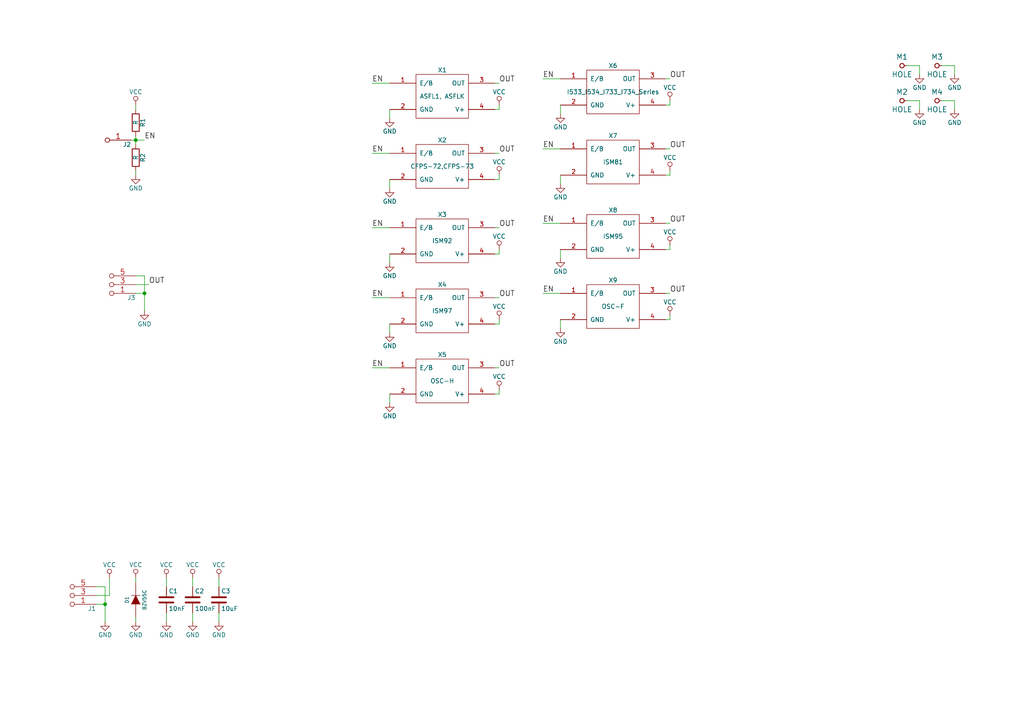
<source format=kicad_sch>
(kicad_sch (version 20230121) (generator eeschema)
  (paper "A4")
  (title_block (title "CLKGEN02A") (company "jacho@mlab.cz") (comment 1 "Crystal oscillator interface"))
  (lib_symbols
    (symbol "CLKGEN02-rescue:C" (pin_numbers hide) (pin_names (offset 0.254))
      (property "Reference" "C" (at 0.635 2.54 0))
      (property "Value" "C" (at 0.635 -2.54 0))
      (symbol "C_0_1"
        (polyline (pts (xy -2.032 -0.762) (xy 2.032 -0.762)) (stroke (width 0.508)))
        (polyline (pts (xy -2.032 0.762) (xy 2.032 0.762)) (stroke (width 0.508)))
      )
      (symbol "C_1_1"
        (pin passive line (at 0 3.81 270) (length 2.794) (name "~") (number "1"))
        (pin passive line (at 0 -3.81 90) (length 2.794) (name "~") (number "2"))
      )
    )
    (symbol "CLKGEN02-rescue:DIODE" (pin_numbers hide) (pin_names (offset 1.016) hide)
      (property "Reference" "D" (at 0 2.54 0))
      (property "Value" "DIODE" (at 0 -2.54 0))
      (symbol "DIODE_0_1"
        (polyline (pts (xy 1.27 1.27) (xy 1.27 -1.27)) (stroke (width 0.1524)))
        (polyline (pts (xy -1.27 1.27) (xy 1.27 0) (xy -1.27 -1.27)) (fill (type outline)))
      )
      (symbol "DIODE_1_1"
        (pin passive line (at 5.08 0 180) (length 3.81) (name "K") (number "1"))
        (pin passive line (at -5.08 0 0) (length 3.81) (name "A") (number "2"))
      )
    )
    (symbol "CLKGEN02-rescue:GND" (power) (pin_names (offset 0))
      (property "Value" "GND" (at 0 -3.81 0))
      (symbol "GND_0_1"
        (polyline (pts (xy 0 0) (xy 0 -1.27) (xy 1.27 -1.27) (xy 0 -2.54) (xy -1.27 -1.27) (xy 0 -1.27)))
      )
      (symbol "GND_1_1"
        (pin power_in line (at 0 0 270) (length 0) hide (name "GND") (number "1"))
      )
    )
    (symbol "CLKGEN02-rescue:HOLE" (pin_numbers hide) (pin_names (offset 1.016) hide)
      (property "Reference" "M" (at 0 2.54 0))
      (property "Value" "HOLE" (at 0 -2.54 0))
      (symbol "HOLE_0_1"
        (circle (center 0 0) (radius 0.635) (stroke (width 0.254)))
      )
      (symbol "HOLE_1_1"
        (pin input line (at 1.27 0 180) (length 0.635) (name "~") (number "1"))
      )
    )
    (symbol "CLKGEN02-rescue:IQXO/7X" (pin_names (offset 1.016))
      (property "Reference" "X" (at 0 7.62 0))
      (property "Value" "IQXO/7X" (at 0 0 0))
      (symbol "IQXO/7X_0_1"
        (rectangle (start -7.62 6.35) (end 7.62 -6.35))
      )
      (symbol "IQXO/7X_1_1"
        (pin input line (at -15.24 3.81 0) (length 7.62) (name "E/B") (number "1"))
        (pin passive line (at -15.24 -3.81 0) (length 7.62) (name "GND") (number "2"))
        (pin output line (at 15.24 3.81 180) (length 7.62) (name "OUT") (number "3"))
        (pin passive line (at 15.24 -3.81 180) (length 7.62) (name "V+") (number "4"))
      )
    )
    (symbol "CLKGEN02-rescue:JUMP_2x1" (pin_names (offset 1.016) hide)
      (property "Reference" "J" (at -8.89 5.08 0))
      (symbol "JUMP_2x1_1_1"
        (pin passive inverted (at -10.16 3.81 0) (length 7.62) (name "1") (number "1"))
        (pin passive inverted (at -10.16 3.81 0) (length 7.62) hide (name "1") (number "2"))
      )
    )
    (symbol "CLKGEN02-rescue:JUMP_3X2" (pin_names (offset 1.016) hide)
      (property "Reference" "J" (at -8.89 5.08 0))
      (symbol "JUMP_3X2_1_1"
        (pin passive inverted (at -10.16 3.81 0) (length 7.62) (name "2") (number "1"))
        (pin passive inverted (at -10.16 3.81 0) (length 7.62) hide (name "2") (number "2"))
        (pin passive inverted (at -10.16 1.27 0) (length 7.62) (name "4") (number "3"))
        (pin passive inverted (at -10.16 1.27 0) (length 7.62) hide (name "4") (number "4"))
        (pin passive inverted (at -10.16 -1.27 0) (length 7.62) (name "6") (number "5"))
        (pin passive inverted (at -10.16 -1.27 0) (length 7.62) hide (name "6") (number "6"))
      )
    )
    (symbol "CLKGEN02-rescue:R" (pin_numbers hide) (pin_names (offset 0))
      (property "Reference" "R" (at 2.032 0 90))
      (property "Value" "R" (at 0 0 90))
      (symbol "R_0_1"
        (rectangle (start -1.016 -2.54) (end 1.016 2.54) (stroke (width 0.254)))
      )
      (symbol "R_1_1"
        (pin passive line (at 0 3.81 270) (length 1.27) (name "~") (number "1"))
        (pin passive line (at 0 -3.81 90) (length 1.27) (name "~") (number "2"))
      )
    )
    (symbol "CLKGEN02-rescue:VCC" (power) (pin_names (offset 0))
      (property "Value" "VCC" (at 0 3.81 0))
      (symbol "VCC_0_1"
        (polyline (pts (xy 0 0) (xy 0 1.27)))
        (circle (center 0 1.905) (radius 0.635))
      )
      (symbol "VCC_1_1"
        (pin power_in line (at 0 0 90) (length 0) hide (name "VCC") (number "1"))
      )
    )
  )
  (junction (at 30.48 175.26))
  (junction (at 41.91 85.09))
  (junction (at 39.37 40.64))
  (wire (pts (xy 144.78 93.98) (xy 144.78 92.71)))
  (wire (pts (xy 193.04 64.77) (xy 194.31 64.77)))
  (wire (pts (xy 273.05 19.05) (xy 276.86 19.05)))
  (wire (pts (xy 143.51 114.3) (xy 144.78 114.3)))
  (wire (pts (xy 193.04 85.09) (xy 194.31 85.09)))
  (wire (pts (xy 113.03 116.84) (xy 113.03 114.3)))
  (wire (pts (xy 31.75 172.72) (xy 31.75 167.64)))
  (wire (pts (xy 162.56 64.77) (xy 157.48 64.77)))
  (wire (pts (xy 38.1 40.64) (xy 39.37 40.64)))
  (wire (pts (xy 193.04 43.18) (xy 194.31 43.18)))
  (wire (pts (xy 262.89 19.05) (xy 266.7 19.05)))
  (wire (pts (xy 276.86 29.21) (xy 276.86 31.75)))
  (wire (pts (xy 63.5 170.18) (xy 63.5 167.64)))
  (wire (pts (xy 39.37 40.64) (xy 39.37 39.37)))
  (wire (pts (xy 27.94 175.26) (xy 30.48 175.26)))
  (wire (pts (xy 55.88 170.18) (xy 55.88 167.64)))
  (wire (pts (xy 39.37 80.01) (xy 41.91 80.01)))
  (wire (pts (xy 162.56 22.86) (xy 157.48 22.86)))
  (wire (pts (xy 193.04 30.48) (xy 194.31 30.48)))
  (wire (pts (xy 113.03 106.68) (xy 107.95 106.68)))
  (wire (pts (xy 39.37 50.8) (xy 39.37 49.53)))
  (wire (pts (xy 27.94 172.72) (xy 31.75 172.72)))
  (wire (pts (xy 143.51 52.07) (xy 144.78 52.07)))
  (wire (pts (xy 27.94 170.18) (xy 30.48 170.18)))
  (wire (pts (xy 194.31 50.8) (xy 194.31 49.53)))
  (wire (pts (xy 193.04 22.86) (xy 194.31 22.86)))
  (wire (pts (xy 144.78 31.75) (xy 144.78 30.48)))
  (wire (pts (xy 144.78 114.3) (xy 144.78 113.03)))
  (wire (pts (xy 30.48 175.26) (xy 30.48 180.34)))
  (wire (pts (xy 276.86 19.05) (xy 276.86 21.59)))
  (wire (pts (xy 273.05 29.21) (xy 276.86 29.21)))
  (wire (pts (xy 55.88 180.34) (xy 55.88 177.8)))
  (wire (pts (xy 162.56 43.18) (xy 157.48 43.18)))
  (wire (pts (xy 113.03 86.36) (xy 107.95 86.36)))
  (wire (pts (xy 194.31 72.39) (xy 194.31 71.12)))
  (wire (pts (xy 39.37 180.34) (xy 39.37 179.07)))
  (wire (pts (xy 193.04 92.71) (xy 194.31 92.71)))
  (wire (pts (xy 143.51 73.66) (xy 144.78 73.66)))
  (wire (pts (xy 39.37 40.64) (xy 41.91 40.64)))
  (wire (pts (xy 144.78 52.07) (xy 144.78 50.8)))
  (wire (pts (xy 39.37 41.91) (xy 39.37 40.64)))
  (wire (pts (xy 193.04 72.39) (xy 194.31 72.39)))
  (wire (pts (xy 30.48 170.18) (xy 30.48 175.26)))
  (wire (pts (xy 262.89 29.21) (xy 266.7 29.21)))
  (wire (pts (xy 143.51 66.04) (xy 144.78 66.04)))
  (wire (pts (xy 143.51 106.68) (xy 144.78 106.68)))
  (wire (pts (xy 41.91 80.01) (xy 41.91 85.09)))
  (wire (pts (xy 113.03 54.61) (xy 113.03 52.07)))
  (wire (pts (xy 162.56 95.25) (xy 162.56 92.71)))
  (wire (pts (xy 113.03 34.29) (xy 113.03 31.75)))
  (wire (pts (xy 63.5 180.34) (xy 63.5 177.8)))
  (wire (pts (xy 162.56 85.09) (xy 157.48 85.09)))
  (wire (pts (xy 162.56 74.93) (xy 162.56 72.39)))
  (wire (pts (xy 193.04 50.8) (xy 194.31 50.8)))
  (wire (pts (xy 266.7 19.05) (xy 266.7 21.59)))
  (wire (pts (xy 162.56 33.02) (xy 162.56 30.48)))
  (wire (pts (xy 143.51 93.98) (xy 144.78 93.98)))
  (wire (pts (xy 41.91 85.09) (xy 41.91 90.17)))
  (wire (pts (xy 113.03 76.2) (xy 113.03 73.66)))
  (wire (pts (xy 113.03 24.13) (xy 107.95 24.13)))
  (wire (pts (xy 143.51 31.75) (xy 144.78 31.75)))
  (wire (pts (xy 143.51 86.36) (xy 144.78 86.36)))
  (wire (pts (xy 143.51 44.45) (xy 144.78 44.45)))
  (wire (pts (xy 39.37 168.91) (xy 39.37 167.64)))
  (wire (pts (xy 143.51 24.13) (xy 144.78 24.13)))
  (wire (pts (xy 162.56 53.34) (xy 162.56 50.8)))
  (wire (pts (xy 48.26 180.34) (xy 48.26 177.8)))
  (wire (pts (xy 194.31 30.48) (xy 194.31 29.21)))
  (wire (pts (xy 113.03 66.04) (xy 107.95 66.04)))
  (wire (pts (xy 194.31 92.71) (xy 194.31 91.44)))
  (wire (pts (xy 144.78 73.66) (xy 144.78 72.39)))
  (wire (pts (xy 39.37 85.09) (xy 41.91 85.09)))
  (wire (pts (xy 113.03 96.52) (xy 113.03 93.98)))
  (wire (pts (xy 39.37 31.75) (xy 39.37 30.48)))
  (wire (pts (xy 266.7 29.21) (xy 266.7 31.75)))
  (wire (pts (xy 39.37 82.55) (xy 43.18 82.55)))
  (wire (pts (xy 113.03 44.45) (xy 107.95 44.45)))
  (wire (pts (xy 48.26 167.64) (xy 48.26 170.18)))
  (label "EN" (at 107.95 86.36 0) (effects (font (size 1.524 1.524))))
  (label "EN" (at 41.91 40.64 0) (effects (font (size 1.524 1.524))))
  (label "EN" (at 107.95 44.45 0) (effects (font (size 1.524 1.524))))
  (label "OUT" (at 194.31 22.86 0) (effects (font (size 1.524 1.524))))
  (label "EN" (at 107.95 24.13 0) (effects (font (size 1.524 1.524))))
  (label "EN" (at 157.48 64.77 0) (effects (font (size 1.524 1.524))))
  (label "EN" (at 107.95 66.04 0) (effects (font (size 1.524 1.524))))
  (label "OUT" (at 144.78 66.04 0) (effects (font (size 1.524 1.524))))
  (label "EN" (at 157.48 43.18 0) (effects (font (size 1.524 1.524))))
  (label "OUT" (at 144.78 44.45 0) (effects (font (size 1.524 1.524))))
  (label "EN" (at 157.48 22.86 0) (effects (font (size 1.524 1.524))))
  (label "EN" (at 107.95 106.68 0) (effects (font (size 1.524 1.524))))
  (label "OUT" (at 144.78 24.13 0) (effects (font (size 1.524 1.524))))
  (label "EN" (at 157.48 85.09 0) (effects (font (size 1.524 1.524))))
  (label "OUT" (at 144.78 86.36 0) (effects (font (size 1.524 1.524))))
  (label "OUT" (at 194.31 85.09 0) (effects (font (size 1.524 1.524))))
  (label "OUT" (at 144.78 106.68 0) (effects (font (size 1.524 1.524))))
  (label "OUT" (at 194.31 43.18 0) (effects (font (size 1.524 1.524))))
  (label "OUT" (at 194.31 64.77 0) (effects (font (size 1.524 1.524))))
  (label "OUT" (at 43.18 82.55 0) (effects (font (size 1.524 1.524))))
  (symbol (lib_id "CLKGEN02-rescue:IQXO/7X") (at 128.27 27.94 0) (unit 1)
    (property "Reference" "X1" (at 128.27 20.32 0))
    (property "Value" "ASFL1, ASFLK" (at 128.27 27.94 0))
    (property "Footprint" "Mlab_XTAL:ASFL1" (effects hide))
  )
  (symbol (lib_id "CLKGEN02-rescue:IQXO/7X") (at 128.27 48.26 0) (unit 1)
    (property "Reference" "X2" (at 128.27 40.64 0))
    (property "Value" "CFPS-72,CFPS-73" (at 128.27 48.26 0))
    (property "Footprint" "Mlab_XTAL:CFPS-72,73" (effects hide))
  )
  (symbol (lib_id "CLKGEN02-rescue:IQXO/7X") (at 177.8 26.67 0) (unit 1)
    (property "Reference" "X6" (at 177.8 19.05 0))
    (property "Value" "I533_I534_I733_I734_Series" (at 177.8 26.67 0))
    (property "Footprint" "Mlab_XTAL:I533_1534_1733_1734" (effects hide))
  )
  (symbol (lib_id "CLKGEN02-rescue:IQXO/7X") (at 177.8 46.99 0) (unit 1)
    (property "Reference" "X7" (at 177.8 39.37 0))
    (property "Value" "ISM81" (at 177.8 46.99 0))
    (property "Footprint" "Mlab_XTAL:ISM81" (effects hide))
  )
  (symbol (lib_id "CLKGEN02-rescue:IQXO/7X") (at 128.27 69.85 0) (unit 1)
    (property "Reference" "X3" (at 128.27 62.23 0))
    (property "Value" "ISM92" (at 128.27 69.85 0))
    (property "Footprint" "Mlab_XTAL:ISM92" (effects hide))
  )
  (symbol (lib_id "CLKGEN02-rescue:IQXO/7X") (at 177.8 68.58 0) (unit 1)
    (property "Reference" "X8" (at 177.8 60.96 0))
    (property "Value" "ISM95" (at 177.8 68.58 0))
    (property "Footprint" "Mlab_XTAL:ISM95" (effects hide))
  )
  (symbol (lib_id "CLKGEN02-rescue:IQXO/7X") (at 128.27 90.17 0) (unit 1)
    (property "Reference" "X4" (at 128.27 82.55 0))
    (property "Value" "ISM97" (at 128.27 90.17 0))
    (property "Footprint" "Mlab_XTAL:ISM97" (effects hide))
  )
  (symbol (lib_id "CLKGEN02-rescue:GND") (at 113.03 34.29 0) (unit 1)
    (property "Reference" "#PWR01" (effects hide))
    (property "Value" "GND" (at 113.03 38.1 0))
  )
  (symbol (lib_id "CLKGEN02-rescue:VCC") (at 144.78 30.48 0) (unit 1)
    (property "Reference" "#PWR02" (effects hide))
    (property "Value" "VCC" (at 144.78 26.67 0))
  )
  (symbol (lib_id "CLKGEN02-rescue:VCC") (at 39.37 30.48 0) (unit 1)
    (property "Reference" "#PWR03" (effects hide))
    (property "Value" "VCC" (at 39.37 26.67 0))
  )
  (symbol (lib_id "CLKGEN02-rescue:GND") (at 39.37 50.8 0) (unit 1)
    (property "Reference" "#PWR04" (effects hide))
    (property "Value" "GND" (at 39.37 54.61 0))
  )
  (symbol (lib_id "CLKGEN02-rescue:R") (at 39.37 35.56 0) (unit 1)
    (property "Reference" "R1" (at 41.402 35.56 90))
    (property "Value" "R" (at 39.37 35.56 90))
    (property "Footprint" "Mlab_R:SMD-0805" (effects hide))
  )
  (symbol (lib_id "CLKGEN02-rescue:R") (at 39.37 45.72 0) (unit 1)
    (property "Reference" "R2" (at 41.402 45.72 90))
    (property "Value" "R" (at 39.37 45.72 90))
    (property "Footprint" "Mlab_R:SMD-0805" (effects hide))
  )
  (symbol (lib_id "CLKGEN02-rescue:JUMP_2x1") (at 27.94 36.83 180) (unit 1)
    (property "Reference" "J2" (at 36.83 41.91 0))
    (property "Value" "JUMP_2x1" (effects hide))
    (property "Footprint" "Mlab_Pin_Headers:Straight_1x02" (effects hide))
  )
  (symbol (lib_id "CLKGEN02-rescue:VCC") (at 31.75 167.64 0) (unit 1)
    (property "Reference" "#PWR05" (effects hide))
    (property "Value" "VCC" (at 31.75 163.83 0))
  )
  (symbol (lib_id "CLKGEN02-rescue:GND") (at 30.48 180.34 0) (unit 1)
    (property "Reference" "#PWR06" (effects hide))
    (property "Value" "GND" (at 30.48 184.15 0))
  )
  (symbol (lib_id "CLKGEN02-rescue:JUMP_3X2") (at 17.78 171.45 180) (unit 1)
    (property "Reference" "J1" (at 26.67 176.53 0))
    (property "Value" "JUMP_3X2" (effects hide))
    (property "Footprint" "Mlab_Pin_Headers:Straight_2x03" (effects hide))
  )
  (symbol (lib_id "CLKGEN02-rescue:DIODE") (at 39.37 173.99 90) (unit 1)
    (property "Reference" "D1" (at 36.83 173.99 0) (effects (font (size 1.016 1.016))))
    (property "Value" "BZV55C" (at 41.91 173.99 0) (effects (font (size 1.016 1.016))))
    (property "Footprint" "Mlab_D:Diode-MiniMELF_Standard" (effects hide))
  )
  (symbol (lib_id "CLKGEN02-rescue:VCC") (at 39.37 167.64 0) (unit 1)
    (property "Reference" "#PWR07" (effects hide))
    (property "Value" "VCC" (at 39.37 163.83 0))
  )
  (symbol (lib_id "CLKGEN02-rescue:GND") (at 39.37 180.34 0) (unit 1)
    (property "Reference" "#PWR08" (effects hide))
    (property "Value" "GND" (at 39.37 184.15 0))
  )
  (symbol (lib_id "CLKGEN02-rescue:C") (at 48.26 173.99 0) (unit 1)
    (property "Reference" "C1" (at 48.895 171.45 0) (effects (justify left)))
    (property "Value" "10nF" (at 48.895 176.53 0) (effects (justify left)))
    (property "Footprint" "Mlab_R:SMD-0805" (effects hide))
  )
  (symbol (lib_id "CLKGEN02-rescue:C") (at 55.88 173.99 0) (unit 1)
    (property "Reference" "C2" (at 56.515 171.45 0) (effects (justify left)))
    (property "Value" "100nF" (at 56.515 176.53 0) (effects (justify left)))
    (property "Footprint" "Mlab_R:SMD-0805" (effects hide))
  )
  (symbol (lib_id "CLKGEN02-rescue:C") (at 63.5 173.99 0) (unit 1)
    (property "Reference" "C3" (at 64.135 171.45 0) (effects (justify left)))
    (property "Value" "10uF" (at 64.135 176.53 0) (effects (justify left)))
    (property "Footprint" "Mlab_R:SMD-0805" (effects hide))
  )
  (symbol (lib_id "CLKGEN02-rescue:VCC") (at 48.26 167.64 0) (unit 1)
    (property "Reference" "#PWR09" (effects hide))
    (property "Value" "VCC" (at 48.26 163.83 0))
  )
  (symbol (lib_id "CLKGEN02-rescue:VCC") (at 55.88 167.64 0) (unit 1)
    (property "Reference" "#PWR010" (effects hide))
    (property "Value" "VCC" (at 55.88 163.83 0))
  )
  (symbol (lib_id "CLKGEN02-rescue:VCC") (at 63.5 167.64 0) (unit 1)
    (property "Reference" "#PWR011" (effects hide))
    (property "Value" "VCC" (at 63.5 163.83 0))
  )
  (symbol (lib_id "CLKGEN02-rescue:GND") (at 48.26 180.34 0) (unit 1)
    (property "Reference" "#PWR012" (effects hide))
    (property "Value" "GND" (at 48.26 184.15 0))
  )
  (symbol (lib_id "CLKGEN02-rescue:GND") (at 55.88 180.34 0) (unit 1)
    (property "Reference" "#PWR013" (effects hide))
    (property "Value" "GND" (at 55.88 184.15 0))
  )
  (symbol (lib_id "CLKGEN02-rescue:GND") (at 63.5 180.34 0) (unit 1)
    (property "Reference" "#PWR014" (effects hide))
    (property "Value" "GND" (at 63.5 184.15 0))
  )
  (symbol (lib_id "CLKGEN02-rescue:GND") (at 41.91 90.17 0) (unit 1)
    (property "Reference" "#PWR015" (effects hide))
    (property "Value" "GND" (at 41.91 93.98 0))
  )
  (symbol (lib_id "CLKGEN02-rescue:JUMP_3X2") (at 29.21 81.28 180) (unit 1)
    (property "Reference" "J3" (at 38.1 86.36 0))
    (property "Value" "JUMP_3X2" (effects hide))
    (property "Footprint" "Mlab_Pin_Headers:Straight_2x03" (effects hide))
  )
  (symbol (lib_id "CLKGEN02-rescue:GND") (at 113.03 54.61 0) (unit 1)
    (property "Reference" "#PWR016" (effects hide))
    (property "Value" "GND" (at 113.03 58.42 0))
  )
  (symbol (lib_id "CLKGEN02-rescue:VCC") (at 144.78 50.8 0) (unit 1)
    (property "Reference" "#PWR017" (effects hide))
    (property "Value" "VCC" (at 144.78 46.99 0))
  )
  (symbol (lib_id "CLKGEN02-rescue:GND") (at 162.56 33.02 0) (unit 1)
    (property "Reference" "#PWR018" (effects hide))
    (property "Value" "GND" (at 162.56 36.83 0))
  )
  (symbol (lib_id "CLKGEN02-rescue:VCC") (at 194.31 29.21 0) (unit 1)
    (property "Reference" "#PWR019" (effects hide))
    (property "Value" "VCC" (at 194.31 25.4 0))
  )
  (symbol (lib_id "CLKGEN02-rescue:GND") (at 162.56 53.34 0) (unit 1)
    (property "Reference" "#PWR020" (effects hide))
    (property "Value" "GND" (at 162.56 57.15 0))
  )
  (symbol (lib_id "CLKGEN02-rescue:VCC") (at 194.31 49.53 0) (unit 1)
    (property "Reference" "#PWR021" (effects hide))
    (property "Value" "VCC" (at 194.31 45.72 0))
  )
  (symbol (lib_id "CLKGEN02-rescue:GND") (at 113.03 76.2 0) (unit 1)
    (property "Reference" "#PWR022" (effects hide))
    (property "Value" "GND" (at 113.03 80.01 0))
  )
  (symbol (lib_id "CLKGEN02-rescue:VCC") (at 144.78 72.39 0) (unit 1)
    (property "Reference" "#PWR023" (effects hide))
    (property "Value" "VCC" (at 144.78 68.58 0))
  )
  (symbol (lib_id "CLKGEN02-rescue:GND") (at 113.03 96.52 0) (unit 1)
    (property "Reference" "#PWR024" (effects hide))
    (property "Value" "GND" (at 113.03 100.33 0))
  )
  (symbol (lib_id "CLKGEN02-rescue:VCC") (at 144.78 92.71 0) (unit 1)
    (property "Reference" "#PWR025" (effects hide))
    (property "Value" "VCC" (at 144.78 88.9 0))
  )
  (symbol (lib_id "CLKGEN02-rescue:GND") (at 162.56 74.93 0) (unit 1)
    (property "Reference" "#PWR026" (effects hide))
    (property "Value" "GND" (at 162.56 78.74 0))
  )
  (symbol (lib_id "CLKGEN02-rescue:VCC") (at 194.31 71.12 0) (unit 1)
    (property "Reference" "#PWR027" (effects hide))
    (property "Value" "VCC" (at 194.31 67.31 0))
  )
  (symbol (lib_id "CLKGEN02-rescue:GND") (at 162.56 95.25 0) (unit 1)
    (property "Reference" "#PWR028" (effects hide))
    (property "Value" "GND" (at 162.56 99.06 0))
  )
  (symbol (lib_id "CLKGEN02-rescue:VCC") (at 194.31 91.44 0) (unit 1)
    (property "Reference" "#PWR029" (effects hide))
    (property "Value" "VCC" (at 194.31 87.63 0))
  )
  (symbol (lib_id "CLKGEN02-rescue:IQXO/7X") (at 177.8 88.9 0) (unit 1)
    (property "Reference" "X9" (at 177.8 81.28 0))
    (property "Value" "OSC-F" (at 177.8 88.9 0))
    (property "Footprint" "Mlab_XTAL:OSC-F" (effects hide))
  )
  (symbol (lib_id "CLKGEN02-rescue:IQXO/7X") (at 128.27 110.49 0) (unit 1)
    (property "Reference" "X5" (at 128.27 102.87 0))
    (property "Value" "OSC-H" (at 128.27 110.49 0))
    (property "Footprint" "Mlab_XTAL:OSC-H" (effects hide))
  )
  (symbol (lib_id "CLKGEN02-rescue:GND") (at 113.03 116.84 0) (unit 1)
    (property "Reference" "#PWR030" (effects hide))
    (property "Value" "GND" (at 113.03 120.65 0))
  )
  (symbol (lib_id "CLKGEN02-rescue:VCC") (at 144.78 113.03 0) (unit 1)
    (property "Reference" "#PWR031" (effects hide))
    (property "Value" "VCC" (at 144.78 109.22 0))
  )
  (symbol (lib_id "CLKGEN02-rescue:HOLE") (at 261.62 19.05 0) (unit 1)
    (property "Reference" "M1" (at 261.62 16.51 0) (effects (font (size 1.524 1.524))))
    (property "Value" "HOLE" (at 261.62 21.59 0) (effects (font (size 1.524 1.524))))
    (property "Footprint" "Mlab_Mechanical:MountingHole_3mm" (effects hide))
  )
  (symbol (lib_id "CLKGEN02-rescue:GND") (at 266.7 21.59 0) (unit 1)
    (property "Reference" "#PWR032" (effects hide))
    (property "Value" "GND" (at 266.7 25.4 0))
  )
  (symbol (lib_id "CLKGEN02-rescue:HOLE") (at 271.78 19.05 0) (unit 1)
    (property "Reference" "M3" (at 271.78 16.51 0) (effects (font (size 1.524 1.524))))
    (property "Value" "HOLE" (at 271.78 21.59 0) (effects (font (size 1.524 1.524))))
    (property "Footprint" "Mlab_Mechanical:MountingHole_3mm" (effects hide))
  )
  (symbol (lib_id "CLKGEN02-rescue:GND") (at 276.86 21.59 0) (unit 1)
    (property "Reference" "#PWR033" (effects hide))
    (property "Value" "GND" (at 276.86 25.4 0))
  )
  (symbol (lib_id "CLKGEN02-rescue:HOLE") (at 261.62 29.21 0) (unit 1)
    (property "Reference" "M2" (at 261.62 26.67 0) (effects (font (size 1.524 1.524))))
    (property "Value" "HOLE" (at 261.62 31.75 0) (effects (font (size 1.524 1.524))))
    (property "Footprint" "Mlab_Mechanical:MountingHole_3mm" (effects hide))
  )
  (symbol (lib_id "CLKGEN02-rescue:GND") (at 266.7 31.75 0) (unit 1)
    (property "Reference" "#PWR034" (effects hide))
    (property "Value" "GND" (at 266.7 35.56 0))
  )
  (symbol (lib_id "CLKGEN02-rescue:HOLE") (at 271.78 29.21 0) (unit 1)
    (property "Reference" "M4" (at 271.78 26.67 0) (effects (font (size 1.524 1.524))))
    (property "Value" "HOLE" (at 271.78 31.75 0) (effects (font (size 1.524 1.524))))
    (property "Footprint" "Mlab_Mechanical:MountingHole_3mm" (effects hide))
  )
  (symbol (lib_id "CLKGEN02-rescue:GND") (at 276.86 31.75 0) (unit 1)
    (property "Reference" "#PWR035" (effects hide))
    (property "Value" "GND" (at 276.86 35.56 0))
  )
)
</source>
